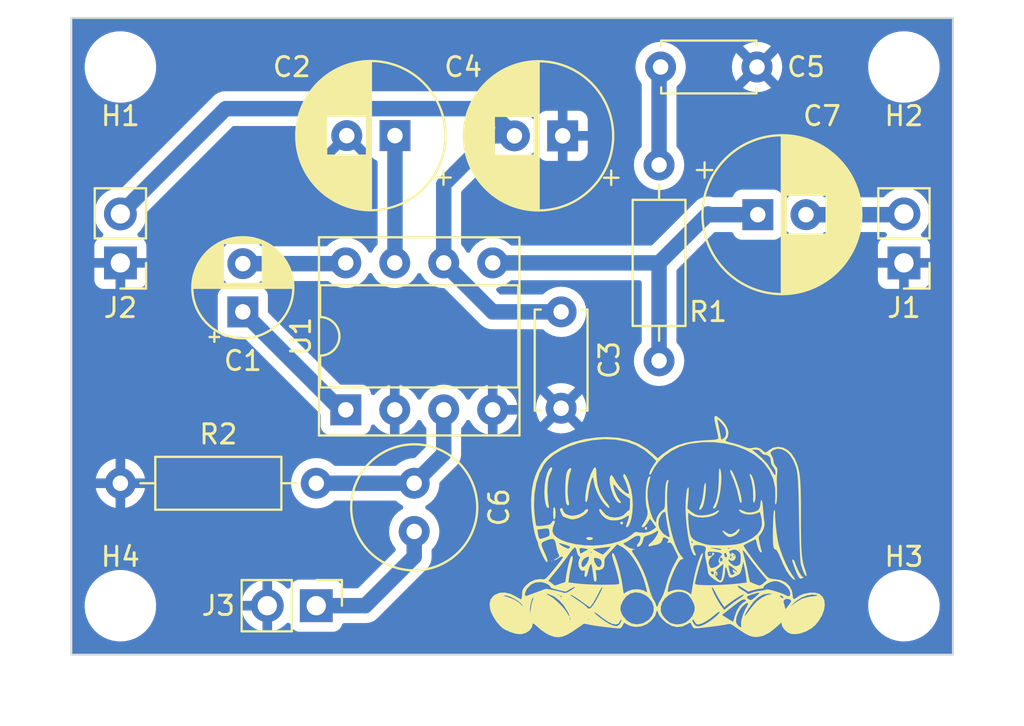
<source format=kicad_pcb>
(kicad_pcb (version 20221018) (generator pcbnew)
  (layers (0 "F.Cu" signal) (31 "B.Cu" signal) (34 "B.Paste" user) (35 "F.Paste" user) (36 "B.SilkS" user "B.Silkscreen") (37 "F.SilkS" user "F.Silkscreen") (38 "B.Mask" user) (39 "F.Mask" user) (44 "Edge.Cuts" user))
  (net 0 "")
  (net 1 "Net-(C1-Pad1)")
  (net 2 "Net-(C1-Pad2)")
  (net 3 "Net-(U1-BYPASS)")
  (net 4 "GND")
  (net 5 "Net-(C5-Pad1)")
  (net 6 "Net-(U1-+)")
  (net 7 "Net-(J3-Pin_1)")
  (net 8 "Net-(J1-Pin_2)")
  (net 9 "+9V")
  (net 10 "Net-(C7-Pad1)")
  (footprint "Connector_PinHeader_2.54mm:PinHeader_1x02_P2.54mm_Vertical" (layer "F.Cu") (at 81.28 93.98 -90)
    (fp_text reference "J3" (at 0 5.08 -180) (layer "F.SilkS"))
    (fp_text value "Conn_01x02_Pin")
    (pad "1" thru_hole rect (at 0 0 270) (size 1.7 1.7) (drill 1) (layers "*.Cu" "*.Mask") (net 7 "Net-(J3-Pin_1)"))
    (pad "2" thru_hole oval (at 0 2.54 270) (size 1.7 1.7) (drill 1) (layers "*.Cu" "*.Mask") (net 4 "GND"))
  )
  (footprint "Package_DIP:DIP-8_W7.62mm_Socket" (layer "F.Cu") (at 82.81 83.82 90)
    (fp_text reference "U1" (at 3.81 -2.33 90) (layer "F.SilkS"))
    (fp_text value "LM386")
    (pad "1" thru_hole rect (at 0 0 90) (size 1.6 1.6) (drill 0.8) (layers "*.Cu" "*.Mask") (net 1 "Net-(C1-Pad1)"))
    (pad "2" thru_hole oval (at 0 2.54 90) (size 1.6 1.6) (drill 0.8) (layers "*.Cu" "*.Mask") (net 4 "GND"))
    (pad "3" thru_hole oval (at 0 5.08 90) (size 1.6 1.6) (drill 0.8) (layers "*.Cu" "*.Mask") (net 6 "Net-(U1-+)"))
    (pad "4" thru_hole oval (at 0 7.62 90) (size 1.6 1.6) (drill 0.8) (layers "*.Cu" "*.Mask") (net 4 "GND"))
    (pad "5" thru_hole oval (at 7.62 7.62 90) (size 1.6 1.6) (drill 0.8) (layers "*.Cu" "*.Mask") (net 10 "Net-(C7-Pad1)"))
    (pad "6" thru_hole oval (at 7.62 5.08 90) (size 1.6 1.6) (drill 0.8) (layers "*.Cu" "*.Mask") (net 9 "+9V"))
    (pad "7" thru_hole oval (at 7.62 2.54 90) (size 1.6 1.6) (drill 0.8) (layers "*.Cu" "*.Mask") (net 3 "Net-(U1-BYPASS)"))
    (pad "8" thru_hole oval (at 7.62 0 90) (size 1.6 1.6) (drill 0.8) (layers "*.Cu" "*.Mask") (net 2 "Net-(C1-Pad2)"))
  )
  (footprint "MountingHole:MountingHole_3.2mm_M3" (layer "F.Cu") (at 71.12 66.04)
    (fp_text reference "H1" (at 0 2.54) (layer "F.SilkS"))
    (fp_text value "MountingHole")
    (pad "" np_thru_hole circle (at 0 0) (size 3.2 3.2) (drill 3.2) (layers "*.Cu" "*.Mask"))
  )
  (footprint "LOGO" (layer "F.Cu") (at 99.06 90.17)
    (fp_text reference "G***" hide)
    (fp_text value "LOGO" hide)
  )
  (footprint "Capacitor_THT:C_Disc_D5.0mm_W2.5mm_P5.00mm" (layer "F.Cu") (at 93.98 78.74 -90)
    (fp_text reference "C3" (at 2.5 -2.5 90) (layer "F.SilkS"))
    (fp_text value "0.1μF")
    (pad "1" thru_hole circle (at 0 0 270) (size 1.6 1.6) (drill 0.8) (layers "*.Cu" "*.Mask") (net 9 "+9V"))
    (pad "2" thru_hole circle (at 5 0 270) (size 1.6 1.6) (drill 0.8) (layers "*.Cu" "*.Mask") (net 4 "GND"))
  )
  (footprint "Capacitor_THT:C_Radial_D6.3mm_H5.0mm_P2.50mm" (layer "F.Cu") (at 86.36 87.63 -90)
    (fp_text reference "C6" (at 1.25 -4.4 90) (layer "F.SilkS"))
    (fp_text value "4.7μF")
    (pad "1" thru_hole circle (at 0 0 270) (size 1.6 1.6) (drill 0.8) (layers "*.Cu" "*.Mask") (net 6 "Net-(U1-+)"))
    (pad "2" thru_hole circle (at 2.5 0 270) (size 1.6 1.6) (drill 0.8) (layers "*.Cu" "*.Mask") (net 7 "Net-(J3-Pin_1)"))
  )
  (footprint "Capacitor_THT:CP_Radial_D7.5mm_P2.50mm" (layer "F.Cu") (at 85.361395 69.6 180)
    (fp_text reference "C2" (at 5.351395 3.56) (layer "F.SilkS"))
    (fp_text value "C_Polarized_Small")
    (pad "1" thru_hole rect (at 0 0 180) (size 1.6 1.6) (drill 0.8) (layers "*.Cu" "*.Mask") (net 3 "Net-(U1-BYPASS)"))
    (pad "2" thru_hole circle (at 2.5 0 180) (size 1.6 1.6) (drill 0.8) (layers "*.Cu" "*.Mask") (net 4 "GND"))
  )
  (footprint "Capacitor_THT:CP_Radial_D5.0mm_P2.50mm" (layer "F.Cu") (at 77.47 78.74 90)
    (fp_text reference "C1" (at -2.54 0 180) (layer "F.SilkS"))
    (fp_text value "10μF")
    (pad "1" thru_hole rect (at 0 0 90) (size 1.6 1.6) (drill 0.8) (layers "*.Cu" "*.Mask") (net 1 "Net-(C1-Pad1)"))
    (pad "2" thru_hole circle (at 2.5 0 90) (size 1.6 1.6) (drill 0.8) (layers "*.Cu" "*.Mask") (net 2 "Net-(C1-Pad2)"))
  )
  (footprint "Capacitor_THT:CP_Radial_D8.0mm_P2.50mm" (layer "F.Cu") (at 104.18 73.7)
    (fp_text reference "C7" (at 3.331 -5.12) (layer "F.SilkS"))
    (fp_text value "470μF")
    (pad "1" thru_hole rect (at 0 0) (size 1.6 1.6) (drill 0.8) (layers "*.Cu" "*.Mask") (net 10 "Net-(C7-Pad1)"))
    (pad "2" thru_hole circle (at 2.5 0) (size 1.6 1.6) (drill 0.8) (layers "*.Cu" "*.Mask") (net 8 "Net-(J1-Pin_2)"))
  )
  (footprint "Capacitor_THT:C_Disc_D4.7mm_W2.5mm_P5.00mm" (layer "F.Cu") (at 99.14 66.04)
    (fp_text reference "C5" (at 7.54 0) (layer "F.SilkS"))
    (fp_text value "0.047μF")
    (pad "1" thru_hole circle (at 0 0) (size 1.6 1.6) (drill 0.8) (layers "*.Cu" "*.Mask") (net 5 "Net-(C5-Pad1)"))
    (pad "2" thru_hole circle (at 5 0) (size 1.6 1.6) (drill 0.8) (layers "*.Cu" "*.Mask") (net 4 "GND"))
  )
  (footprint "Resistor_THT:R_Axial_DIN0207_L6.3mm_D2.5mm_P10.16mm_Horizontal" (layer "F.Cu") (at 81.28 87.63 180)
    (fp_text reference "R2" (at 5.08 2.54) (layer "F.SilkS"))
    (fp_text value "10kΩ")
    (pad "1" thru_hole circle (at 0 0 180) (size 1.6 1.6) (drill 0.8) (layers "*.Cu" "*.Mask") (net 6 "Net-(U1-+)"))
    (pad "2" thru_hole oval (at 10.16 0 180) (size 1.6 1.6) (drill 0.8) (layers "*.Cu" "*.Mask") (net 4 "GND"))
  )
  (footprint "MountingHole:MountingHole_3.2mm_M3" (layer "F.Cu") (at 111.76 66.04)
    (fp_text reference "H2" (at 0 2.54) (layer "F.SilkS"))
    (fp_text value "MountingHole")
    (pad "" np_thru_hole circle (at 0 0) (size 3.2 3.2) (drill 3.2) (layers "*.Cu" "*.Mask"))
  )
  (footprint "Capacitor_THT:CP_Radial_D7.5mm_P2.50mm" (layer "F.Cu") (at 94.06 69.61 180)
    (fp_text reference "C4" (at 5.16 3.57) (layer "F.SilkS"))
    (fp_text value "100μF")
    (pad "1" thru_hole rect (at 0 0 180) (size 1.6 1.6) (drill 0.8) (layers "*.Cu" "*.Mask") (net 4 "GND"))
    (pad "2" thru_hole circle (at 2.5 0 180) (size 1.6 1.6) (drill 0.8) (layers "*.Cu" "*.Mask") (net 9 "+9V"))
  )
  (footprint "Connector_PinHeader_2.54mm:PinHeader_1x02_P2.54mm_Vertical" (layer "F.Cu") (at 111.76 76.2 180)
    (fp_text reference "J1" (at 0 -2.33) (layer "F.SilkS"))
    (fp_text value "Conn_01x02_Pin")
    (pad "1" thru_hole rect (at 0 0 180) (size 1.7 1.7) (drill 1) (layers "*.Cu" "*.Mask") (net 4 "GND"))
    (pad "2" thru_hole oval (at 0 2.54 180) (size 1.7 1.7) (drill 1) (layers "*.Cu" "*.Mask") (net 8 "Net-(J1-Pin_2)"))
  )
  (footprint "Resistor_THT:R_Axial_DIN0207_L6.3mm_D2.5mm_P10.16mm_Horizontal" (layer "F.Cu") (at 99.06 71.12 -90)
    (fp_text reference "R1" (at 7.62 -2.54 -180) (layer "F.SilkS"))
    (fp_text value "10Ω")
    (pad "1" thru_hole circle (at 0 0 270) (size 1.6 1.6) (drill 0.8) (layers "*.Cu" "*.Mask") (net 5 "Net-(C5-Pad1)"))
    (pad "2" thru_hole oval (at 10.16 0 270) (size 1.6 1.6) (drill 0.8) (layers "*.Cu" "*.Mask") (net 10 "Net-(C7-Pad1)"))
  )
  (footprint "MountingHole:MountingHole_3.2mm_M3" (layer "F.Cu") (at 71.12 93.98)
    (fp_text reference "H4" (at 0 -2.54) (layer "F.SilkS"))
    (fp_text value "MountingHole")
    (pad "" np_thru_hole circle (at 0 0) (size 3.2 3.2) (drill 3.2) (layers "*.Cu" "*.Mask"))
  )
  (footprint "Connector_PinHeader_2.54mm:PinHeader_1x02_P2.54mm_Vertical" (layer "F.Cu") (at 71.12 76.2 180)
    (fp_text reference "J2" (at 0 -2.33) (layer "F.SilkS"))
    (fp_text value "Conn_01x02_Pin")
    (pad "1" thru_hole rect (at 0 0 180) (size 1.7 1.7) (drill 1) (layers "*.Cu" "*.Mask") (net 4 "GND"))
    (pad "2" thru_hole oval (at 0 2.54 180) (size 1.7 1.7) (drill 1) (layers "*.Cu" "*.Mask") (net 9 "+9V"))
  )
  (footprint "MountingHole:MountingHole_3.2mm_M3" (layer "F.Cu") (at 111.76 93.98)
    (fp_text reference "H3" (at 0 -2.54) (layer "F.SilkS"))
    (fp_text value "MountingHole")
    (pad "" np_thru_hole circle (at 0 0) (size 3.2 3.2) (drill 3.2) (layers "F&B.Cu" "*.Mask"))
  )
  (gr_rect (start 68.58 63.5) (end 114.3 96.52) (stroke (width 0.1)) (fill none) (layer "Edge.Cuts"))
  (segment (start 82.55 83.82) (end 77.47 78.74) (width 0.8) (layer "B.Cu") (net 1))
  (segment (start 82.81 83.82) (end 82.55 83.82) (width 0.8) (layer "B.Cu") (net 1))
  (segment (start 82.77 76.24) (end 82.81 76.2) (width 0.8) (layer "B.Cu") (net 2))
  (segment (start 77.47 76.24) (end 82.77 76.24) (width 0.8) (layer "B.Cu") (net 2))
  (segment (start 85.361395 76.188605) (end 85.35 76.2) (width 0.8) (layer "B.Cu") (net 3))
  (segment (start 85.361395 69.6) (end 85.361395 76.188605) (width 0.8) (layer "B.Cu") (net 3))
  (segment (start 93.9 83.82) (end 93.98 83.74) (width 0.8) (layer "B.Cu") (net 4))
  (segment (start 99.06 71.12) (end 99.06 66.12) (width 0.8) (layer "B.Cu") (net 5))
  (segment (start 99.06 66.12) (end 99.14 66.04) (width 0.8) (layer "B.Cu") (net 5))
  (segment (start 87.89 83.82) (end 87.89 86.1) (width 0.8) (layer "B.Cu") (net 6))
  (segment (start 87.89 86.1) (end 86.36 87.63) (width 0.8) (layer "B.Cu") (net 6))
  (segment (start 81.28 87.63) (end 86.36 87.63) (width 0.8) (layer "B.Cu") (net 6))
  (segment (start 83.82 93.98) (end 81.28 93.98) (width 0.8) (layer "B.Cu") (net 7))
  (segment (start 86.36 90.13) (end 86.36 91.44) (width 0.8) (layer "B.Cu") (net 7))
  (segment (start 86.36 91.44) (end 83.82 93.98) (width 0.8) (layer "B.Cu") (net 7))
  (segment (start 111.72 73.7) (end 111.76 73.66) (width 0.8) (layer "B.Cu") (net 8))
  (segment (start 106.68 73.7) (end 111.72 73.7) (width 0.8) (layer "B.Cu") (net 8))
  (segment (start 76.58 68.2) (end 90.15 68.2) (width 0.8) (layer "B.Cu") (net 9))
  (segment (start 87.89 76.2) (end 90.43 78.74) (width 0.8) (layer "B.Cu") (net 9))
  (segment (start 87.89 72.13) (end 87.89 76.2) (width 0.8) (layer "B.Cu") (net 9))
  (segment (start 71.12 73.66) (end 76.58 68.2) (width 0.8) (layer "B.Cu") (net 9))
  (segment (start 91.56 69.61) (end 90.41 69.61) (width 0.8) (layer "B.Cu") (net 9))
  (segment (start 90.41 69.61) (end 87.89 72.13) (width 0.8) (layer "B.Cu") (net 9))
  (segment (start 90.15 68.2) (end 91.56 69.61) (width 0.8) (layer "B.Cu") (net 9))
  (segment (start 90.43 78.74) (end 93.98 78.74) (width 0.8) (layer "B.Cu") (net 9))
  (segment (start 99.06 76.2) (end 101.6 73.66) (width 0.8) (layer "B.Cu") (net 10))
  (segment (start 99.06 81.28) (end 99.06 76.2) (width 0.8) (layer "B.Cu") (net 10))
  (segment (start 90.43 76.2) (end 99.06 76.2) (width 0.8) (layer "B.Cu") (net 10))
  (segment (start 101.64 73.7) (end 104.18 73.7) (width 0.8) (layer "B.Cu") (net 10))
  (segment (start 101.6 73.66) (end 101.64 73.7) (width 0.8) (layer "B.Cu") (net 10))
  (zone (net 4) (net_name "GND") (layer "B.Cu") (priority 2) (connect_pads (clearance 0.5)) (min_thickness 0.25) (fill yes (thermal_gap 0.5) (thermal_bridge_width 0.5))
    (polygon (pts (xy 114.3 96.52) (xy 114.3 63.5) (xy 68.58 63.5) (xy 68.58 96.52)))
  )
)
</source>
